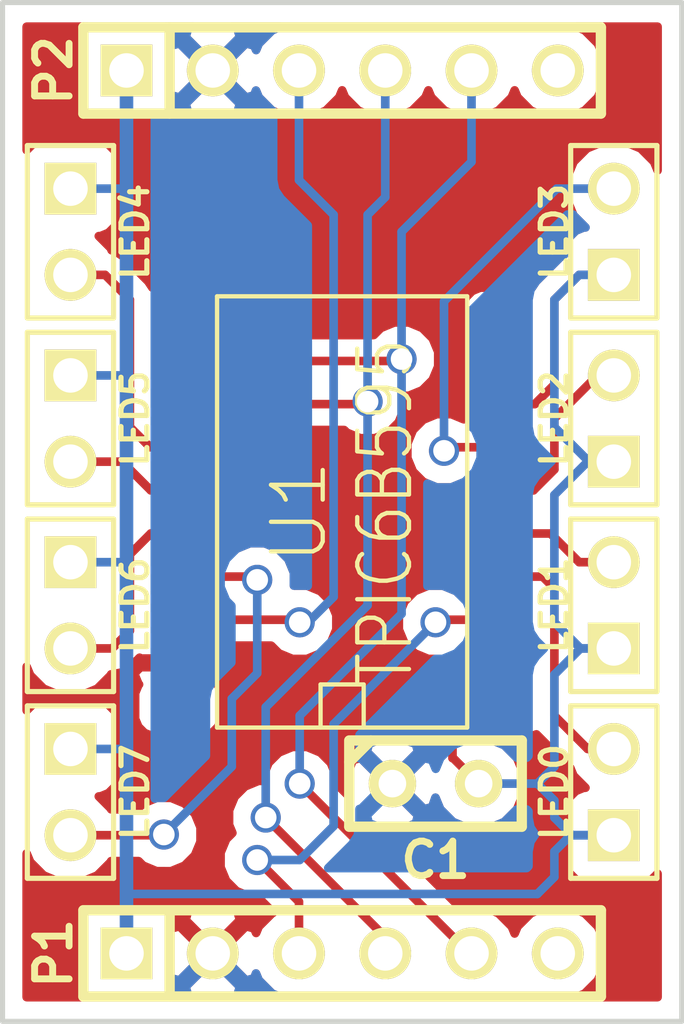
<source format=kicad_pcb>
(kicad_pcb (version 3) (host pcbnew "(2013-04-19 BZR 4011)-stable")

  (general
    (links 32)
    (no_connects 1)
    (area 89.924999 57.924999 110.075001 89.0226)
    (thickness 1.6)
    (drawings 4)
    (tracks 136)
    (zones 0)
    (modules 12)
    (nets 15)
  )

  (page A3)
  (layers
    (15 F.Cu signal)
    (0 B.Cu signal)
    (16 B.Adhes user)
    (17 F.Adhes user)
    (18 B.Paste user)
    (19 F.Paste user)
    (20 B.SilkS user)
    (21 F.SilkS user)
    (22 B.Mask user)
    (23 F.Mask user)
    (24 Dwgs.User user)
    (25 Cmts.User user)
    (26 Eco1.User user)
    (27 Eco2.User user)
    (28 Edge.Cuts user)
  )

  (setup
    (last_trace_width 0.254)
    (trace_clearance 0.254)
    (zone_clearance 0.508)
    (zone_45_only no)
    (trace_min 0.254)
    (segment_width 0.2)
    (edge_width 0.15)
    (via_size 0.889)
    (via_drill 0.635)
    (via_min_size 0.889)
    (via_min_drill 0.508)
    (uvia_size 0.508)
    (uvia_drill 0.127)
    (uvias_allowed no)
    (uvia_min_size 0.508)
    (uvia_min_drill 0.127)
    (pcb_text_width 0.3)
    (pcb_text_size 1.5 1.5)
    (mod_edge_width 0.15)
    (mod_text_size 1.5 1.5)
    (mod_text_width 0.15)
    (pad_size 1.524 1.524)
    (pad_drill 0.762)
    (pad_to_mask_clearance 0.2)
    (aux_axis_origin 0 0)
    (visible_elements 7FFFFFBF)
    (pcbplotparams
      (layerselection 3178497)
      (usegerberextensions true)
      (excludeedgelayer true)
      (linewidth 100000)
      (plotframeref false)
      (viasonmask false)
      (mode 1)
      (useauxorigin false)
      (hpglpennumber 1)
      (hpglpenspeed 20)
      (hpglpendiameter 15)
      (hpglpenoverlay 2)
      (psnegative false)
      (psa4output false)
      (plotreference true)
      (plotvalue true)
      (plotothertext true)
      (plotinvisibletext false)
      (padsonsilk false)
      (subtractmaskfromsilk false)
      (outputformat 1)
      (mirror false)
      (drillshape 1)
      (scaleselection 1)
      (outputdirectory ""))
  )

  (net 0 "")
  (net 1 /RCK)
  (net 2 /SER_IN)
  (net 3 /SER_OUT)
  (net 4 /SRCK)
  (net 5 GND)
  (net 6 N-000001)
  (net 7 N-0000010)
  (net 8 N-000002)
  (net 9 N-000003)
  (net 10 N-000004)
  (net 11 N-000006)
  (net 12 N-000008)
  (net 13 N-000009)
  (net 14 VCC)

  (net_class Default "This is the default net class."
    (clearance 0.254)
    (trace_width 0.254)
    (via_dia 0.889)
    (via_drill 0.635)
    (uvia_dia 0.508)
    (uvia_drill 0.127)
    (add_net "")
    (add_net /RCK)
    (add_net /SER_IN)
    (add_net /SER_OUT)
    (add_net /SRCK)
    (add_net GND)
    (add_net N-000001)
    (add_net N-0000010)
    (add_net N-000002)
    (add_net N-000003)
    (add_net N-000004)
    (add_net N-000006)
    (add_net N-000008)
    (add_net N-000009)
    (add_net VCC)
  )

  (net_class VCC ""
    (clearance 0.254)
    (trace_width 0.4)
    (via_dia 0.889)
    (via_drill 0.635)
    (uvia_dia 0.508)
    (uvia_drill 0.127)
  )

  (module PIN_ARRAY_2X1 (layer F.Cu) (tedit 523A8646) (tstamp 52391441)
    (at 108 81.25 90)
    (descr "Connecteurs 2 pins")
    (tags "CONN DEV")
    (path /52358730)
    (fp_text reference LED0 (at 0 -1.75 90) (layer F.SilkS)
      (effects (font (size 0.762 0.762) (thickness 0.1524)))
    )
    (fp_text value LED_1 (at 0 -1.905 90) (layer F.SilkS) hide
      (effects (font (size 0.762 0.762) (thickness 0.1524)))
    )
    (fp_line (start -2.54 1.27) (end -2.54 -1.27) (layer F.SilkS) (width 0.1524))
    (fp_line (start -2.54 -1.27) (end 2.54 -1.27) (layer F.SilkS) (width 0.1524))
    (fp_line (start 2.54 -1.27) (end 2.54 1.27) (layer F.SilkS) (width 0.1524))
    (fp_line (start 2.54 1.27) (end -2.54 1.27) (layer F.SilkS) (width 0.1524))
    (pad 1 thru_hole rect (at -1.27 0 90) (size 1.524 1.524) (drill 1.016)
      (layers *.Cu *.Mask F.SilkS)
      (net 14 VCC)
    )
    (pad 2 thru_hole circle (at 1.27 0 90) (size 1.524 1.524) (drill 1.016)
      (layers *.Cu *.Mask F.SilkS)
      (net 7 N-0000010)
    )
    (model pin_array/pins_array_2x1.wrl
      (at (xyz 0 0 0))
      (scale (xyz 1 1 1))
      (rotate (xyz 0 0 0))
    )
  )

  (module PIN_ARRAY_2X1 (layer F.Cu) (tedit 523A864B) (tstamp 52391369)
    (at 108 75.75 90)
    (descr "Connecteurs 2 pins")
    (tags "CONN DEV")
    (path /523587CC)
    (fp_text reference LED1 (at 0 -1.75 90) (layer F.SilkS)
      (effects (font (size 0.762 0.762) (thickness 0.1524)))
    )
    (fp_text value LED_1 (at 0 -1.905 90) (layer F.SilkS) hide
      (effects (font (size 0.762 0.762) (thickness 0.1524)))
    )
    (fp_line (start -2.54 1.27) (end -2.54 -1.27) (layer F.SilkS) (width 0.1524))
    (fp_line (start -2.54 -1.27) (end 2.54 -1.27) (layer F.SilkS) (width 0.1524))
    (fp_line (start 2.54 -1.27) (end 2.54 1.27) (layer F.SilkS) (width 0.1524))
    (fp_line (start 2.54 1.27) (end -2.54 1.27) (layer F.SilkS) (width 0.1524))
    (pad 1 thru_hole rect (at -1.27 0 90) (size 1.524 1.524) (drill 1.016)
      (layers *.Cu *.Mask F.SilkS)
      (net 14 VCC)
    )
    (pad 2 thru_hole circle (at 1.27 0 90) (size 1.524 1.524) (drill 1.016)
      (layers *.Cu *.Mask F.SilkS)
      (net 8 N-000002)
    )
    (model pin_array/pins_array_2x1.wrl
      (at (xyz 0 0 0))
      (scale (xyz 1 1 1))
      (rotate (xyz 0 0 0))
    )
  )

  (module PIN_ARRAY_2X1 (layer F.Cu) (tedit 523A8652) (tstamp 52391373)
    (at 108 70.25 90)
    (descr "Connecteurs 2 pins")
    (tags "CONN DEV")
    (path /523587DC)
    (fp_text reference LED2 (at 0 -1.75 90) (layer F.SilkS)
      (effects (font (size 0.762 0.762) (thickness 0.1524)))
    )
    (fp_text value LED_1 (at 0 -1.905 90) (layer F.SilkS) hide
      (effects (font (size 0.762 0.762) (thickness 0.1524)))
    )
    (fp_line (start -2.54 1.27) (end -2.54 -1.27) (layer F.SilkS) (width 0.1524))
    (fp_line (start -2.54 -1.27) (end 2.54 -1.27) (layer F.SilkS) (width 0.1524))
    (fp_line (start 2.54 -1.27) (end 2.54 1.27) (layer F.SilkS) (width 0.1524))
    (fp_line (start 2.54 1.27) (end -2.54 1.27) (layer F.SilkS) (width 0.1524))
    (pad 1 thru_hole rect (at -1.27 0 90) (size 1.524 1.524) (drill 1.016)
      (layers *.Cu *.Mask F.SilkS)
      (net 14 VCC)
    )
    (pad 2 thru_hole circle (at 1.27 0 90) (size 1.524 1.524) (drill 1.016)
      (layers *.Cu *.Mask F.SilkS)
      (net 9 N-000003)
    )
    (model pin_array/pins_array_2x1.wrl
      (at (xyz 0 0 0))
      (scale (xyz 1 1 1))
      (rotate (xyz 0 0 0))
    )
  )

  (module PIN_ARRAY_2X1 (layer F.Cu) (tedit 523A8657) (tstamp 5239137D)
    (at 108 64.75 90)
    (descr "Connecteurs 2 pins")
    (tags "CONN DEV")
    (path /523587E8)
    (fp_text reference LED3 (at 0 -1.75 90) (layer F.SilkS)
      (effects (font (size 0.762 0.762) (thickness 0.1524)))
    )
    (fp_text value LED_1 (at 0 -1.905 90) (layer F.SilkS) hide
      (effects (font (size 0.762 0.762) (thickness 0.1524)))
    )
    (fp_line (start -2.54 1.27) (end -2.54 -1.27) (layer F.SilkS) (width 0.1524))
    (fp_line (start -2.54 -1.27) (end 2.54 -1.27) (layer F.SilkS) (width 0.1524))
    (fp_line (start 2.54 -1.27) (end 2.54 1.27) (layer F.SilkS) (width 0.1524))
    (fp_line (start 2.54 1.27) (end -2.54 1.27) (layer F.SilkS) (width 0.1524))
    (pad 1 thru_hole rect (at -1.27 0 90) (size 1.524 1.524) (drill 1.016)
      (layers *.Cu *.Mask F.SilkS)
      (net 14 VCC)
    )
    (pad 2 thru_hole circle (at 1.27 0 90) (size 1.524 1.524) (drill 1.016)
      (layers *.Cu *.Mask F.SilkS)
      (net 6 N-000001)
    )
    (model pin_array/pins_array_2x1.wrl
      (at (xyz 0 0 0))
      (scale (xyz 1 1 1))
      (rotate (xyz 0 0 0))
    )
  )

  (module PIN_ARRAY_2X1 (layer F.Cu) (tedit 523A8670) (tstamp 52391387)
    (at 92 64.75 270)
    (descr "Connecteurs 2 pins")
    (tags "CONN DEV")
    (path /523587F4)
    (fp_text reference LED4 (at 0 -1.905 270) (layer F.SilkS)
      (effects (font (size 0.762 0.762) (thickness 0.1524)))
    )
    (fp_text value LED_1 (at 0 -1.905 270) (layer F.SilkS) hide
      (effects (font (size 0.762 0.762) (thickness 0.1524)))
    )
    (fp_line (start -2.54 1.27) (end -2.54 -1.27) (layer F.SilkS) (width 0.1524))
    (fp_line (start -2.54 -1.27) (end 2.54 -1.27) (layer F.SilkS) (width 0.1524))
    (fp_line (start 2.54 -1.27) (end 2.54 1.27) (layer F.SilkS) (width 0.1524))
    (fp_line (start 2.54 1.27) (end -2.54 1.27) (layer F.SilkS) (width 0.1524))
    (pad 1 thru_hole rect (at -1.27 0 270) (size 1.524 1.524) (drill 1.016)
      (layers *.Cu *.Mask F.SilkS)
      (net 14 VCC)
    )
    (pad 2 thru_hole circle (at 1.27 0 270) (size 1.524 1.524) (drill 1.016)
      (layers *.Cu *.Mask F.SilkS)
      (net 10 N-000004)
    )
    (model pin_array/pins_array_2x1.wrl
      (at (xyz 0 0 0))
      (scale (xyz 1 1 1))
      (rotate (xyz 0 0 0))
    )
  )

  (module PIN_ARRAY_2X1 (layer F.Cu) (tedit 523A8675) (tstamp 52391391)
    (at 92 70.25 270)
    (descr "Connecteurs 2 pins")
    (tags "CONN DEV")
    (path /52358800)
    (fp_text reference LED5 (at 0 -1.905 270) (layer F.SilkS)
      (effects (font (size 0.762 0.762) (thickness 0.1524)))
    )
    (fp_text value LED_1 (at 0 -1.905 270) (layer F.SilkS) hide
      (effects (font (size 0.762 0.762) (thickness 0.1524)))
    )
    (fp_line (start -2.54 1.27) (end -2.54 -1.27) (layer F.SilkS) (width 0.1524))
    (fp_line (start -2.54 -1.27) (end 2.54 -1.27) (layer F.SilkS) (width 0.1524))
    (fp_line (start 2.54 -1.27) (end 2.54 1.27) (layer F.SilkS) (width 0.1524))
    (fp_line (start 2.54 1.27) (end -2.54 1.27) (layer F.SilkS) (width 0.1524))
    (pad 1 thru_hole rect (at -1.27 0 270) (size 1.524 1.524) (drill 1.016)
      (layers *.Cu *.Mask F.SilkS)
      (net 14 VCC)
    )
    (pad 2 thru_hole circle (at 1.27 0 270) (size 1.524 1.524) (drill 1.016)
      (layers *.Cu *.Mask F.SilkS)
      (net 13 N-000009)
    )
    (model pin_array/pins_array_2x1.wrl
      (at (xyz 0 0 0))
      (scale (xyz 1 1 1))
      (rotate (xyz 0 0 0))
    )
  )

  (module PIN_ARRAY_2X1 (layer F.Cu) (tedit 523A867D) (tstamp 5239139B)
    (at 92 75.75 270)
    (descr "Connecteurs 2 pins")
    (tags "CONN DEV")
    (path /5235880C)
    (fp_text reference LED6 (at 0 -1.905 270) (layer F.SilkS)
      (effects (font (size 0.762 0.762) (thickness 0.1524)))
    )
    (fp_text value LED_1 (at 0 -1.905 270) (layer F.SilkS) hide
      (effects (font (size 0.762 0.762) (thickness 0.1524)))
    )
    (fp_line (start -2.54 1.27) (end -2.54 -1.27) (layer F.SilkS) (width 0.1524))
    (fp_line (start -2.54 -1.27) (end 2.54 -1.27) (layer F.SilkS) (width 0.1524))
    (fp_line (start 2.54 -1.27) (end 2.54 1.27) (layer F.SilkS) (width 0.1524))
    (fp_line (start 2.54 1.27) (end -2.54 1.27) (layer F.SilkS) (width 0.1524))
    (pad 1 thru_hole rect (at -1.27 0 270) (size 1.524 1.524) (drill 1.016)
      (layers *.Cu *.Mask F.SilkS)
      (net 14 VCC)
    )
    (pad 2 thru_hole circle (at 1.27 0 270) (size 1.524 1.524) (drill 1.016)
      (layers *.Cu *.Mask F.SilkS)
      (net 11 N-000006)
    )
    (model pin_array/pins_array_2x1.wrl
      (at (xyz 0 0 0))
      (scale (xyz 1 1 1))
      (rotate (xyz 0 0 0))
    )
  )

  (module PIN_ARRAY_2X1 (layer F.Cu) (tedit 523A8684) (tstamp 523913A5)
    (at 92 81.25 270)
    (descr "Connecteurs 2 pins")
    (tags "CONN DEV")
    (path /52358818)
    (fp_text reference LED7 (at 0 -1.905 270) (layer F.SilkS)
      (effects (font (size 0.762 0.762) (thickness 0.1524)))
    )
    (fp_text value LED_1 (at 0 -1.905 270) (layer F.SilkS) hide
      (effects (font (size 0.762 0.762) (thickness 0.1524)))
    )
    (fp_line (start -2.54 1.27) (end -2.54 -1.27) (layer F.SilkS) (width 0.1524))
    (fp_line (start -2.54 -1.27) (end 2.54 -1.27) (layer F.SilkS) (width 0.1524))
    (fp_line (start 2.54 -1.27) (end 2.54 1.27) (layer F.SilkS) (width 0.1524))
    (fp_line (start 2.54 1.27) (end -2.54 1.27) (layer F.SilkS) (width 0.1524))
    (pad 1 thru_hole rect (at -1.27 0 270) (size 1.524 1.524) (drill 1.016)
      (layers *.Cu *.Mask F.SilkS)
      (net 14 VCC)
    )
    (pad 2 thru_hole circle (at 1.27 0 270) (size 1.524 1.524) (drill 1.016)
      (layers *.Cu *.Mask F.SilkS)
      (net 12 N-000008)
    )
    (model pin_array/pins_array_2x1.wrl
      (at (xyz 0 0 0))
      (scale (xyz 1 1 1))
      (rotate (xyz 0 0 0))
    )
  )

  (module PIN_ARRAY-6X1 (layer F.Cu) (tedit 5239349C) (tstamp 523913B4)
    (at 100 86)
    (descr "Connecteur 6 pins")
    (tags "CONN DEV")
    (path /523906D2)
    (fp_text reference P1 (at -8.5 0 90) (layer F.SilkS)
      (effects (font (size 1.016 1.016) (thickness 0.2032)))
    )
    (fp_text value CONN_6 (at 0 2.159) (layer F.SilkS) hide
      (effects (font (size 1.016 0.889) (thickness 0.2032)))
    )
    (fp_line (start -7.62 1.27) (end -7.62 -1.27) (layer F.SilkS) (width 0.3048))
    (fp_line (start -7.62 -1.27) (end 7.62 -1.27) (layer F.SilkS) (width 0.3048))
    (fp_line (start 7.62 -1.27) (end 7.62 1.27) (layer F.SilkS) (width 0.3048))
    (fp_line (start 7.62 1.27) (end -7.62 1.27) (layer F.SilkS) (width 0.3048))
    (fp_line (start -5.08 1.27) (end -5.08 -1.27) (layer F.SilkS) (width 0.3048))
    (pad 1 thru_hole rect (at -6.35 0) (size 1.524 1.524) (drill 1.016)
      (layers *.Cu *.Mask F.SilkS)
      (net 14 VCC)
    )
    (pad 2 thru_hole circle (at -3.81 0) (size 1.524 1.524) (drill 1.016)
      (layers *.Cu *.Mask F.SilkS)
      (net 5 GND)
    )
    (pad 3 thru_hole circle (at -1.27 0) (size 1.524 1.524) (drill 1.016)
      (layers *.Cu *.Mask F.SilkS)
      (net 2 /SER_IN)
    )
    (pad 4 thru_hole circle (at 1.27 0) (size 1.524 1.524) (drill 1.016)
      (layers *.Cu *.Mask F.SilkS)
      (net 4 /SRCK)
    )
    (pad 5 thru_hole circle (at 3.81 0) (size 1.524 1.524) (drill 1.016)
      (layers *.Cu *.Mask F.SilkS)
      (net 1 /RCK)
    )
    (pad 6 thru_hole circle (at 6.35 0) (size 1.524 1.524) (drill 1.016)
      (layers *.Cu *.Mask F.SilkS)
    )
    (model pin_array/pins_array_6x1.wrl
      (at (xyz 0 0 0))
      (scale (xyz 1 1 1))
      (rotate (xyz 0 0 0))
    )
  )

  (module PIN_ARRAY-6X1 (layer F.Cu) (tedit 52393499) (tstamp 523913C3)
    (at 100 60)
    (descr "Connecteur 6 pins")
    (tags "CONN DEV")
    (path /523910A5)
    (fp_text reference P2 (at -8.5 0 90) (layer F.SilkS)
      (effects (font (size 1.016 1.016) (thickness 0.2032)))
    )
    (fp_text value CONN_6 (at 0 2.159) (layer F.SilkS) hide
      (effects (font (size 1.016 0.889) (thickness 0.2032)))
    )
    (fp_line (start -7.62 1.27) (end -7.62 -1.27) (layer F.SilkS) (width 0.3048))
    (fp_line (start -7.62 -1.27) (end 7.62 -1.27) (layer F.SilkS) (width 0.3048))
    (fp_line (start 7.62 -1.27) (end 7.62 1.27) (layer F.SilkS) (width 0.3048))
    (fp_line (start 7.62 1.27) (end -7.62 1.27) (layer F.SilkS) (width 0.3048))
    (fp_line (start -5.08 1.27) (end -5.08 -1.27) (layer F.SilkS) (width 0.3048))
    (pad 1 thru_hole rect (at -6.35 0) (size 1.524 1.524) (drill 1.016)
      (layers *.Cu *.Mask F.SilkS)
      (net 14 VCC)
    )
    (pad 2 thru_hole circle (at -3.81 0) (size 1.524 1.524) (drill 1.016)
      (layers *.Cu *.Mask F.SilkS)
      (net 5 GND)
    )
    (pad 3 thru_hole circle (at -1.27 0) (size 1.524 1.524) (drill 1.016)
      (layers *.Cu *.Mask F.SilkS)
      (net 3 /SER_OUT)
    )
    (pad 4 thru_hole circle (at 1.27 0) (size 1.524 1.524) (drill 1.016)
      (layers *.Cu *.Mask F.SilkS)
      (net 4 /SRCK)
    )
    (pad 5 thru_hole circle (at 3.81 0) (size 1.524 1.524) (drill 1.016)
      (layers *.Cu *.Mask F.SilkS)
      (net 1 /RCK)
    )
    (pad 6 thru_hole circle (at 6.35 0) (size 1.524 1.524) (drill 1.016)
      (layers *.Cu *.Mask F.SilkS)
    )
    (model pin_array/pins_array_6x1.wrl
      (at (xyz 0 0 0))
      (scale (xyz 1 1 1))
      (rotate (xyz 0 0 0))
    )
  )

  (module C1 (layer F.Cu) (tedit 523A8616) (tstamp 523A7F85)
    (at 102.75 81)
    (descr "Condensateur e = 1 pas")
    (tags C)
    (path /523912A8)
    (fp_text reference C1 (at 0 2.25) (layer F.SilkS)
      (effects (font (size 1.016 1.016) (thickness 0.2032)))
    )
    (fp_text value C (at 0 -2.286) (layer F.SilkS) hide
      (effects (font (size 1.016 1.016) (thickness 0.2032)))
    )
    (fp_line (start -2.4892 -1.27) (end 2.54 -1.27) (layer F.SilkS) (width 0.3048))
    (fp_line (start 2.54 -1.27) (end 2.54 1.27) (layer F.SilkS) (width 0.3048))
    (fp_line (start 2.54 1.27) (end -2.54 1.27) (layer F.SilkS) (width 0.3048))
    (fp_line (start -2.54 1.27) (end -2.54 -1.27) (layer F.SilkS) (width 0.3048))
    (fp_line (start -2.54 -0.635) (end -1.905 -1.27) (layer F.SilkS) (width 0.3048))
    (pad 1 thru_hole circle (at -1.27 0) (size 1.397 1.397) (drill 0.8128)
      (layers *.Cu *.Mask F.SilkS)
      (net 5 GND)
    )
    (pad 2 thru_hole circle (at 1.27 0) (size 1.397 1.397) (drill 0.8128)
      (layers *.Cu *.Mask F.SilkS)
      (net 14 VCC)
    )
    (model discret/capa_1_pas.wrl
      (at (xyz 0 0 0))
      (scale (xyz 1 1 1))
      (rotate (xyz 0 0 0))
    )
  )

  (module SO20L (layer F.Cu) (tedit 42807090) (tstamp 5239202D)
    (at 100 73 90)
    (descr "Cms SOJ 20 pins large")
    (tags "CMS SOJ")
    (path /5235598B)
    (attr smd)
    (fp_text reference U1 (at 0 -1.27 90) (layer F.SilkS)
      (effects (font (size 1.524 1.524) (thickness 0.127)))
    )
    (fp_text value TPIC6B595 (at 0 1.27 90) (layer F.SilkS)
      (effects (font (size 1.524 1.27) (thickness 0.127)))
    )
    (fp_line (start 6.35 3.683) (end 6.35 -3.683) (layer F.SilkS) (width 0.127))
    (fp_line (start -6.35 -3.683) (end -6.35 3.683) (layer F.SilkS) (width 0.127))
    (fp_line (start 6.35 3.683) (end -6.35 3.683) (layer F.SilkS) (width 0.127))
    (fp_line (start -6.35 -3.683) (end 6.35 -3.683) (layer F.SilkS) (width 0.127))
    (fp_line (start -6.35 -0.635) (end -5.08 -0.635) (layer F.SilkS) (width 0.127))
    (fp_line (start -5.08 -0.635) (end -5.08 0.635) (layer F.SilkS) (width 0.127))
    (fp_line (start -5.08 0.635) (end -6.35 0.635) (layer F.SilkS) (width 0.127))
    (pad 11 smd rect (at 5.715 -4.826 90) (size 0.508 1.27)
      (layers F.Cu F.Paste F.Mask)
      (net 5 GND)
    )
    (pad 12 smd rect (at 4.445 -4.826 90) (size 0.508 1.27)
      (layers F.Cu F.Paste F.Mask)
      (net 1 /RCK)
    )
    (pad 13 smd rect (at 3.175 -4.826 90) (size 0.508 1.27)
      (layers F.Cu F.Paste F.Mask)
      (net 4 /SRCK)
    )
    (pad 14 smd rect (at 1.905 -4.826 90) (size 0.508 1.27)
      (layers F.Cu F.Paste F.Mask)
      (net 10 N-000004)
    )
    (pad 15 smd rect (at 0.635 -4.826 90) (size 0.508 1.27)
      (layers F.Cu F.Paste F.Mask)
      (net 13 N-000009)
    )
    (pad 16 smd rect (at -0.635 -4.826 90) (size 0.508 1.27)
      (layers F.Cu F.Paste F.Mask)
      (net 11 N-000006)
    )
    (pad 17 smd rect (at -1.905 -4.826 90) (size 0.508 1.27)
      (layers F.Cu F.Paste F.Mask)
      (net 12 N-000008)
    )
    (pad 18 smd rect (at -3.175 -4.826 90) (size 0.508 1.27)
      (layers F.Cu F.Paste F.Mask)
      (net 3 /SER_OUT)
    )
    (pad 19 smd rect (at -4.445 -4.826 90) (size 0.508 1.27)
      (layers F.Cu F.Paste F.Mask)
      (net 5 GND)
    )
    (pad 20 smd rect (at -5.715 -4.826 90) (size 0.508 1.27)
      (layers F.Cu F.Paste F.Mask)
    )
    (pad 1 smd rect (at -5.715 4.826 90) (size 0.508 1.27)
      (layers F.Cu F.Paste F.Mask)
    )
    (pad 2 smd rect (at -4.445 4.826 90) (size 0.508 1.27)
      (layers F.Cu F.Paste F.Mask)
      (net 14 VCC)
    )
    (pad 3 smd rect (at -3.175 4.826 90) (size 0.508 1.27)
      (layers F.Cu F.Paste F.Mask)
      (net 2 /SER_IN)
    )
    (pad 4 smd rect (at -1.905 4.826 90) (size 0.508 1.27)
      (layers F.Cu F.Paste F.Mask)
      (net 7 N-0000010)
    )
    (pad 5 smd rect (at -0.635 4.826 90) (size 0.508 1.27)
      (layers F.Cu F.Paste F.Mask)
      (net 8 N-000002)
    )
    (pad 6 smd rect (at 0.635 4.826 90) (size 0.508 1.27)
      (layers F.Cu F.Paste F.Mask)
      (net 9 N-000003)
    )
    (pad 7 smd rect (at 1.905 4.826 90) (size 0.508 1.27)
      (layers F.Cu F.Paste F.Mask)
      (net 6 N-000001)
    )
    (pad 8 smd rect (at 3.175 4.826 90) (size 0.508 1.27)
      (layers F.Cu F.Paste F.Mask)
      (net 14 VCC)
    )
    (pad 9 smd rect (at 4.445 4.826 90) (size 0.508 1.27)
      (layers F.Cu F.Paste F.Mask)
      (net 5 GND)
    )
    (pad 10 smd rect (at 5.715 4.826 90) (size 0.508 1.27)
      (layers F.Cu F.Paste F.Mask)
      (net 5 GND)
    )
    (model smd/cms_so20.wrl
      (at (xyz 0 0 0))
      (scale (xyz 0.5 0.6 0.5))
      (rotate (xyz 0 0 0))
    )
  )

  (gr_line (start 90 88) (end 90 58) (angle 90) (layer Edge.Cuts) (width 0.15))
  (gr_line (start 110 88) (end 90 88) (angle 90) (layer Edge.Cuts) (width 0.15))
  (gr_line (start 110 58) (end 110 88) (angle 90) (layer Edge.Cuts) (width 0.15))
  (gr_line (start 90 58) (end 110 58) (angle 90) (layer Edge.Cuts) (width 0.15))

  (segment (start 95.174 68.555) (end 101.695 68.555) (width 0.254) (layer F.Cu) (net 1))
  (via (at 101.75 68.5) (size 0.889) (layers F.Cu B.Cu) (net 1))
  (segment (start 101.695 68.555) (end 101.75 68.5) (width 0.254) (layer F.Cu) (net 1) (tstamp 523A837A))
  (segment (start 103.81 86) (end 103.75 86) (width 0.254) (layer F.Cu) (net 1))
  (segment (start 103.81 62.69) (end 103.81 60) (width 0.254) (layer B.Cu) (net 1) (tstamp 523A8168))
  (segment (start 101.75 64.75) (end 103.81 62.69) (width 0.254) (layer B.Cu) (net 1) (tstamp 523A8163))
  (segment (start 101.75 76) (end 101.75 68.5) (width 0.254) (layer B.Cu) (net 1) (tstamp 523A8158))
  (segment (start 101.75 68.5) (end 101.75 64.75) (width 0.254) (layer B.Cu) (net 1) (tstamp 523A8380))
  (segment (start 98.75 79) (end 101.75 76) (width 0.254) (layer B.Cu) (net 1) (tstamp 523A8156))
  (segment (start 98.75 81) (end 98.75 79) (width 0.254) (layer B.Cu) (net 1) (tstamp 523A8155))
  (via (at 98.75 81) (size 0.889) (layers F.Cu B.Cu) (net 1))
  (segment (start 103.75 86) (end 98.75 81) (width 0.254) (layer F.Cu) (net 1) (tstamp 523A814A))
  (segment (start 98.73 86) (end 98.73 84.48) (width 0.254) (layer F.Cu) (net 2))
  (segment (start 102.825 76.175) (end 104.826 76.175) (width 0.254) (layer F.Cu) (net 2) (tstamp 523A8147))
  (segment (start 102.75 76.25) (end 102.825 76.175) (width 0.254) (layer F.Cu) (net 2) (tstamp 523A8146))
  (via (at 102.75 76.25) (size 0.889) (layers F.Cu B.Cu) (net 2))
  (segment (start 99.75 79.25) (end 102.75 76.25) (width 0.254) (layer B.Cu) (net 2) (tstamp 523A812E))
  (segment (start 99.75 82.25) (end 99.75 79.25) (width 0.254) (layer B.Cu) (net 2) (tstamp 523A812C))
  (segment (start 98.75 83.25) (end 99.75 82.25) (width 0.254) (layer B.Cu) (net 2) (tstamp 523A8119))
  (segment (start 97.5 83.25) (end 98.75 83.25) (width 0.254) (layer B.Cu) (net 2) (tstamp 523A8118))
  (via (at 97.5 83.25) (size 0.889) (layers F.Cu B.Cu) (net 2))
  (segment (start 98.73 84.48) (end 97.5 83.25) (width 0.254) (layer F.Cu) (net 2) (tstamp 523A810D))
  (segment (start 98.75 76.25) (end 99 76.25) (width 0.254) (layer B.Cu) (net 3))
  (segment (start 98.73 63.23) (end 98.73 60) (width 0.254) (layer B.Cu) (net 3) (tstamp 523A82BB))
  (segment (start 99.75 64.25) (end 98.73 63.23) (width 0.254) (layer B.Cu) (net 3) (tstamp 523A82AE))
  (segment (start 99.75 75.5) (end 99.75 64.25) (width 0.254) (layer B.Cu) (net 3) (tstamp 523A82A2))
  (segment (start 99 76.25) (end 99.75 75.5) (width 0.254) (layer B.Cu) (net 3) (tstamp 523A8297))
  (segment (start 98.675 76.175) (end 95.174 76.175) (width 0.254) (layer F.Cu) (net 3) (tstamp 523A7AEC))
  (segment (start 98.75 76.25) (end 98.675 76.175) (width 0.254) (layer F.Cu) (net 3) (tstamp 523A7AEB))
  (via (at 98.75 76.25) (size 0.889) (layers F.Cu B.Cu) (net 3))
  (segment (start 98.73 76.23) (end 98.75 76.25) (width 0.254) (layer B.Cu) (net 3) (tstamp 523A7AE5))
  (segment (start 95.174 69.825) (end 100.675 69.825) (width 0.254) (layer F.Cu) (net 4))
  (via (at 100.75 69.75) (size 0.889) (layers F.Cu B.Cu) (net 4))
  (segment (start 100.675 69.825) (end 100.75 69.75) (width 0.254) (layer F.Cu) (net 4) (tstamp 523A8367))
  (segment (start 101.27 86) (end 101.27 85.52) (width 0.254) (layer F.Cu) (net 4))
  (segment (start 101.27 63.73) (end 101.27 60) (width 0.254) (layer B.Cu) (net 4) (tstamp 523A8207))
  (segment (start 100.75 64.25) (end 101.27 63.73) (width 0.254) (layer B.Cu) (net 4) (tstamp 523A81F6))
  (segment (start 100.75 75.75) (end 100.75 69.75) (width 0.254) (layer B.Cu) (net 4) (tstamp 523A81EA))
  (segment (start 100.75 69.75) (end 100.75 64.25) (width 0.254) (layer B.Cu) (net 4) (tstamp 523A836F))
  (segment (start 97.75 78.75) (end 100.75 75.75) (width 0.254) (layer B.Cu) (net 4) (tstamp 523A81D8))
  (segment (start 97.75 82) (end 97.75 78.75) (width 0.254) (layer B.Cu) (net 4) (tstamp 523A81D7))
  (via (at 97.75 82) (size 0.889) (layers F.Cu B.Cu) (net 4))
  (segment (start 101.27 85.52) (end 97.75 82) (width 0.254) (layer F.Cu) (net 4) (tstamp 523A81BE))
  (segment (start 103 67) (end 103 66.8) (width 0.254) (layer B.Cu) (net 6))
  (segment (start 103 67) (end 103 71.2) (width 0.254) (layer B.Cu) (net 6) (tstamp 523A5B69))
  (via (at 103 71.2) (size 0.889) (layers F.Cu B.Cu) (net 6))
  (segment (start 103 71.2) (end 103.105 71.095) (width 0.254) (layer F.Cu) (net 6) (tstamp 523A5B71))
  (segment (start 104.826 71.095) (end 103.105 71.095) (width 0.254) (layer F.Cu) (net 6) (tstamp 523A5B72))
  (segment (start 106.32 63.48) (end 108 63.48) (width 0.254) (layer B.Cu) (net 6))
  (segment (start 103 66.8) (end 106.32 63.48) (width 0.254) (layer B.Cu) (net 6) (tstamp 523A5C0A))
  (segment (start 104.826 74.905) (end 105.905 74.905) (width 0.254) (layer F.Cu) (net 7))
  (segment (start 107.23 79.98) (end 108 79.98) (width 0.254) (layer F.Cu) (net 7) (tstamp 52392594))
  (segment (start 106.25 79) (end 107.23 79.98) (width 0.254) (layer F.Cu) (net 7) (tstamp 52392593))
  (segment (start 106.25 75.25) (end 106.25 79) (width 0.254) (layer F.Cu) (net 7) (tstamp 52392592))
  (segment (start 105.905 74.905) (end 106.25 75.25) (width 0.254) (layer F.Cu) (net 7) (tstamp 52392591))
  (segment (start 104.826 73.635) (end 106.135 73.635) (width 0.254) (layer F.Cu) (net 8))
  (segment (start 106.98 74.48) (end 108 74.48) (width 0.254) (layer F.Cu) (net 8) (tstamp 52392598))
  (segment (start 106.135 73.635) (end 106.98 74.48) (width 0.254) (layer F.Cu) (net 8) (tstamp 52392597))
  (segment (start 104.826 72.365) (end 105.635 72.365) (width 0.254) (layer F.Cu) (net 9))
  (segment (start 107.52 68.98) (end 108 68.98) (width 0.254) (layer F.Cu) (net 9) (tstamp 523A5A4C))
  (segment (start 106.25 70.25) (end 107.52 68.98) (width 0.254) (layer F.Cu) (net 9) (tstamp 523A5A46))
  (segment (start 106.25 71.75) (end 106.25 70.25) (width 0.254) (layer F.Cu) (net 9) (tstamp 523A5A44))
  (segment (start 105.635 72.365) (end 106.25 71.75) (width 0.254) (layer F.Cu) (net 9) (tstamp 523A5A3A))
  (segment (start 95.174 71.095) (end 94.345 71.095) (width 0.254) (layer F.Cu) (net 10))
  (segment (start 93.02 66.02) (end 92 66.02) (width 0.254) (layer F.Cu) (net 10) (tstamp 52392424))
  (segment (start 93.75 66.75) (end 93.02 66.02) (width 0.254) (layer F.Cu) (net 10) (tstamp 52392423))
  (segment (start 93.75 70.5) (end 93.75 66.75) (width 0.254) (layer F.Cu) (net 10) (tstamp 52392422))
  (segment (start 94.345 71.095) (end 93.75 70.5) (width 0.254) (layer F.Cu) (net 10) (tstamp 52392421))
  (segment (start 95.174 73.635) (end 94.365 73.635) (width 0.254) (layer F.Cu) (net 11))
  (segment (start 93.23 77.02) (end 92 77.02) (width 0.254) (layer F.Cu) (net 11) (tstamp 5239247E))
  (segment (start 93.75 76.5) (end 93.23 77.02) (width 0.254) (layer F.Cu) (net 11) (tstamp 5239247B))
  (segment (start 93.75 74.25) (end 93.75 76.5) (width 0.254) (layer F.Cu) (net 11) (tstamp 52392478))
  (segment (start 94.365 73.635) (end 93.75 74.25) (width 0.254) (layer F.Cu) (net 11) (tstamp 52392476))
  (segment (start 97.5 75) (end 97.5 77.75) (width 0.254) (layer B.Cu) (net 12))
  (segment (start 95.174 74.905) (end 97.405 74.905) (width 0.254) (layer F.Cu) (net 12))
  (via (at 97.5 75) (size 0.889) (layers F.Cu B.Cu) (net 12))
  (segment (start 97.405 74.905) (end 97.5 75) (width 0.254) (layer F.Cu) (net 12) (tstamp 523A5DC9))
  (segment (start 96.75 80.5) (end 94.75 82.5) (width 0.254) (layer B.Cu) (net 12) (tstamp 523A826A))
  (segment (start 96.75 78.5) (end 96.75 80.5) (width 0.254) (layer B.Cu) (net 12) (tstamp 523A825B))
  (segment (start 97.5 77.75) (end 96.75 78.5) (width 0.254) (layer B.Cu) (net 12) (tstamp 523A8259))
  (segment (start 94.73 82.52) (end 92 82.52) (width 0.254) (layer F.Cu) (net 12) (tstamp 523A5E12))
  (via (at 94.75 82.5) (size 0.889) (layers F.Cu B.Cu) (net 12))
  (segment (start 94.75 82.5) (end 94.73 82.52) (width 0.254) (layer F.Cu) (net 12) (tstamp 523A5E11))
  (segment (start 95.174 72.365) (end 94.365 72.365) (width 0.254) (layer F.Cu) (net 13))
  (segment (start 93.52 71.52) (end 92 71.52) (width 0.254) (layer F.Cu) (net 13) (tstamp 5239242C))
  (segment (start 94.365 72.365) (end 93.52 71.52) (width 0.254) (layer F.Cu) (net 13) (tstamp 52392428))
  (segment (start 103.25 80.25) (end 103.27 80.25) (width 0.254) (layer F.Cu) (net 14))
  (segment (start 103.25 80.25) (end 103.25 78) (width 0.254) (layer F.Cu) (net 14) (tstamp 523A8032))
  (segment (start 103.25 78) (end 103.805 77.445) (width 0.254) (layer F.Cu) (net 14) (tstamp 523A8034))
  (segment (start 104.826 77.445) (end 103.805 77.445) (width 0.254) (layer F.Cu) (net 14) (tstamp 523A8036))
  (segment (start 103.27 80.25) (end 104.02 81) (width 0.254) (layer F.Cu) (net 14) (tstamp 523A8583))
  (segment (start 105.75 81) (end 104.02 81) (width 0.254) (layer B.Cu) (net 14))
  (segment (start 92 79.98) (end 93.65 79.98) (width 0.254) (layer B.Cu) (net 14))
  (segment (start 104.02 81) (end 104 81) (width 0.254) (layer F.Cu) (net 14))
  (segment (start 92 74.48) (end 93.65 74.48) (width 0.254) (layer B.Cu) (net 14))
  (segment (start 92 68.98) (end 93.65 68.98) (width 0.254) (layer B.Cu) (net 14))
  (segment (start 92 63.48) (end 93.65 63.48) (width 0.254) (layer B.Cu) (net 14))
  (segment (start 93.65 86) (end 93.65 79.98) (width 0.4) (layer B.Cu) (net 14))
  (segment (start 93.65 79.98) (end 93.65 74.48) (width 0.4) (layer B.Cu) (net 14) (tstamp 523A8013))
  (segment (start 93.65 74.48) (end 93.65 68.98) (width 0.4) (layer B.Cu) (net 14) (tstamp 523A800F))
  (segment (start 93.65 68.98) (end 93.65 63.48) (width 0.4) (layer B.Cu) (net 14) (tstamp 523A800B))
  (segment (start 93.65 63.48) (end 93.65 60) (width 0.4) (layer B.Cu) (net 14) (tstamp 523A8007))
  (segment (start 93.65 84.25) (end 105.75 84.25) (width 0.254) (layer B.Cu) (net 14))
  (segment (start 106.25 83) (end 106.73 82.52) (width 0.254) (layer B.Cu) (net 14) (tstamp 523A7BC4))
  (segment (start 106.25 83.75) (end 106.25 83) (width 0.254) (layer B.Cu) (net 14) (tstamp 523A7BC2))
  (segment (start 105.75 84.25) (end 106.25 83.75) (width 0.254) (layer B.Cu) (net 14) (tstamp 523A7BBF))
  (segment (start 106.73 82.52) (end 108 82.52) (width 0.254) (layer B.Cu) (net 14) (tstamp 523A7A72))
  (segment (start 105.75 81) (end 106.25 81.5) (width 0.254) (layer B.Cu) (net 14))
  (segment (start 106.25 81.5) (end 106.25 82) (width 0.254) (layer B.Cu) (net 14) (tstamp 523A7902))
  (segment (start 106.25 77.79) (end 106.25 78.25) (width 0.254) (layer B.Cu) (net 14) (tstamp 52393E09))
  (segment (start 105.75 81) (end 106.25 80.5) (width 0.254) (layer B.Cu) (net 14) (tstamp 523A78FA))
  (segment (start 106.25 80.5) (end 106.25 78.25) (width 0.254) (layer B.Cu) (net 14) (tstamp 523A78FE))
  (segment (start 106.25 77.79) (end 107.02 77.02) (width 0.254) (layer B.Cu) (net 14) (tstamp 52393E03))
  (segment (start 106.73 82.52) (end 106.75 82.52) (width 0.254) (layer B.Cu) (net 14) (tstamp 523A751D))
  (segment (start 106.75 82.52) (end 108 82.52) (width 0.254) (layer B.Cu) (net 14) (tstamp 523A7A59))
  (segment (start 106.73 82.52) (end 108 82.52) (width 0.254) (layer B.Cu) (net 14) (tstamp 523A73F0))
  (segment (start 104.826 69.825) (end 105.675 69.825) (width 0.254) (layer F.Cu) (net 14))
  (segment (start 105.675 69.825) (end 106.25 69.25) (width 0.254) (layer F.Cu) (net 14) (tstamp 523A5A24))
  (segment (start 106.25 69.25) (end 106.25 66.75) (width 0.254) (layer F.Cu) (net 14) (tstamp 523A5A29))
  (segment (start 106.25 66.75) (end 106.98 66.02) (width 0.254) (layer F.Cu) (net 14) (tstamp 523A5A2B))
  (segment (start 106.98 66.02) (end 108 66.02) (width 0.254) (layer F.Cu) (net 14) (tstamp 523A5A2D))
  (segment (start 106.25 70.5) (end 106.25 66.75) (width 0.254) (layer B.Cu) (net 14))
  (segment (start 106.25 66.75) (end 106.98 66.02) (width 0.254) (layer B.Cu) (net 14) (tstamp 523A59E7))
  (segment (start 106.98 66.02) (end 108 66.02) (width 0.254) (layer B.Cu) (net 14) (tstamp 523A59EA))
  (segment (start 108 71.52) (end 107.27 71.52) (width 0.254) (layer B.Cu) (net 14))
  (segment (start 107.27 71.52) (end 106.25 70.5) (width 0.254) (layer B.Cu) (net 14) (tstamp 52392CC2))
  (segment (start 108 77.02) (end 107.02 77.02) (width 0.254) (layer B.Cu) (net 14))
  (segment (start 106.77 82.52) (end 106.73 82.52) (width 0.254) (layer B.Cu) (net 14))
  (segment (start 106.25 82) (end 106.25 82) (width 0.254) (layer B.Cu) (net 14))
  (segment (start 106.77 82.52) (end 108 82.52) (width 0.254) (layer B.Cu) (net 14) (tstamp 52392CFC))
  (segment (start 106.25 82) (end 106.77 82.52) (width 0.254) (layer B.Cu) (net 14) (tstamp 52392CF6))
  (segment (start 107.23 71.52) (end 108 71.52) (width 0.254) (layer B.Cu) (net 14) (tstamp 52392CBD))
  (segment (start 107.02 77.02) (end 106.25 76.25) (width 0.254) (layer B.Cu) (net 14) (tstamp 52392CB3))
  (segment (start 106.25 76.25) (end 106.25 72.5) (width 0.254) (layer B.Cu) (net 14) (tstamp 52392CB4))
  (segment (start 106.25 72.5) (end 107.23 71.52) (width 0.254) (layer B.Cu) (net 14) (tstamp 52392CB8))
  (segment (start 108 77.02) (end 106.98 77.02) (width 0.254) (layer B.Cu) (net 14))

  (zone (net 5) (net_name GND) (layer B.Cu) (tstamp 52393146) (hatch edge 0.508)
    (connect_pads (clearance 0.508))
    (min_thickness 0.254)
    (fill (arc_segments 16) (thermal_gap 0.508) (thermal_bridge_width 0.508))
    (polygon
      (pts
        (xy 110 88) (xy 90 88) (xy 90 58) (xy 110 58)
      )
    )
    (filled_polygon
      (pts
        (xy 98.193803 87.29) (xy 96.757931 87.29) (xy 96.921142 87.222396) (xy 96.990607 86.980212) (xy 96.19 86.179605)
        (xy 95.389393 86.980212) (xy 95.458858 87.222396) (xy 95.648349 87.29) (xy 94.781888 87.29) (xy 94.950013 87.122168)
        (xy 95.046889 86.888864) (xy 95.047007 86.753916) (xy 95.209788 86.800607) (xy 96.010395 86) (xy 95.996252 85.985857)
        (xy 96.175857 85.806252) (xy 96.19 85.820395) (xy 96.204142 85.806252) (xy 96.383747 85.985857) (xy 96.369605 86)
        (xy 97.170212 86.800607) (xy 97.412396 86.731142) (xy 97.462508 86.590678) (xy 97.544991 86.790303) (xy 97.93763 87.183628)
        (xy 98.193803 87.29)
      )
    )
    (filled_polygon
      (pts
        (xy 98.988 75.17996) (xy 98.965668 75.170687) (xy 98.579352 75.17035) (xy 98.579687 74.786216) (xy 98.415689 74.389311)
        (xy 98.112286 74.085378) (xy 97.715668 73.920687) (xy 97.286216 73.920313) (xy 96.990607 74.042456) (xy 96.990607 60.980212)
        (xy 96.19 60.179605) (xy 95.389393 60.980212) (xy 95.458858 61.222396) (xy 95.982304 61.409143) (xy 96.537369 61.38136)
        (xy 96.921142 61.222396) (xy 96.990607 60.980212) (xy 96.990607 74.042456) (xy 96.889311 74.084311) (xy 96.585378 74.387714)
        (xy 96.420687 74.784332) (xy 96.420313 75.213784) (xy 96.584311 75.610689) (xy 96.738 75.764646) (xy 96.738 77.43437)
        (xy 96.211185 77.961185) (xy 96.046004 78.208395) (xy 95.988 78.5) (xy 95.988 80.18437) (xy 94.751869 81.4205)
        (xy 94.536216 81.420313) (xy 94.485 81.441475) (xy 94.485 79.98) (xy 94.485 74.48) (xy 94.485 68.98)
        (xy 94.485 63.48) (xy 94.485 61.39711) (xy 94.537755 61.39711) (xy 94.771229 61.300641) (xy 94.950013 61.122168)
        (xy 95.046889 60.888864) (xy 95.047007 60.753916) (xy 95.209788 60.800607) (xy 96.010395 60) (xy 95.209788 59.199393)
        (xy 95.04711 59.246053) (xy 95.04711 59.112245) (xy 94.950641 58.878771) (xy 94.782163 58.71) (xy 95.622068 58.71)
        (xy 95.458858 58.777604) (xy 95.389393 59.019788) (xy 96.19 59.820395) (xy 96.990607 59.019788) (xy 96.921142 58.777604)
        (xy 96.73165 58.71) (xy 98.193795 58.71) (xy 97.939697 58.814991) (xy 97.546372 59.20763) (xy 97.466605 59.39973)
        (xy 97.412396 59.268858) (xy 97.170212 59.199393) (xy 96.369605 60) (xy 97.170212 60.800607) (xy 97.412396 60.731142)
        (xy 97.462508 60.590678) (xy 97.544991 60.790303) (xy 97.93763 61.183628) (xy 97.968 61.196238) (xy 97.968 63.23)
        (xy 98.026004 63.521605) (xy 98.191185 63.768815) (xy 98.988 64.56563) (xy 98.988 75.17996)
      )
    )
    (filled_polygon
      (pts
        (xy 107.166963 64.62289) (xy 107.112245 64.62289) (xy 106.878771 64.719359) (xy 106.699987 64.897832) (xy 106.603111 65.131136)
        (xy 106.602899 65.37313) (xy 106.441184 65.481185) (xy 105.711185 66.211185) (xy 105.546004 66.458395) (xy 105.488 66.75)
        (xy 105.488 70.5) (xy 105.546004 70.791605) (xy 105.711185 71.038815) (xy 106.172369 71.499999) (xy 105.711185 71.961185)
        (xy 105.546004 72.208395) (xy 105.488 72.5) (xy 105.488 76.25) (xy 105.546004 76.541605) (xy 105.711185 76.788815)
        (xy 105.942369 77.02) (xy 105.711185 77.251185) (xy 105.546004 77.498395) (xy 105.488 77.79) (xy 105.488 78.25)
        (xy 105.488 80.184369) (xy 105.434369 80.238) (xy 105.143538 80.238) (xy 104.776353 79.870174) (xy 104.286413 79.666733)
        (xy 103.755914 79.66627) (xy 103.26562 79.868855) (xy 102.890174 80.243647) (xy 102.756685 80.565122) (xy 102.649798 80.307072)
        (xy 102.414186 80.245419) (xy 102.234581 80.425024) (xy 102.234581 80.065814) (xy 102.172928 79.830202) (xy 101.67252 79.654076)
        (xy 101.142802 79.682854) (xy 100.787072 79.830202) (xy 100.725419 80.065814) (xy 101.48 80.820395) (xy 102.234581 80.065814)
        (xy 102.234581 80.425024) (xy 101.659605 81) (xy 102.414186 81.754581) (xy 102.649798 81.692928) (xy 102.748082 81.413683)
        (xy 102.888855 81.75438) (xy 103.263647 82.129826) (xy 103.753587 82.333267) (xy 104.284086 82.33373) (xy 104.77438 82.131145)
        (xy 105.144169 81.762) (xy 105.434369 81.762) (xy 105.488 81.81563) (xy 105.488 82) (xy 105.546004 82.291605)
        (xy 105.685249 82.499999) (xy 105.685249 82.5) (xy 105.546004 82.708395) (xy 105.488 83) (xy 105.488 83.434369)
        (xy 105.434369 83.488) (xy 102.234581 83.488) (xy 102.234581 81.934186) (xy 101.48 81.179605) (xy 100.725419 81.934186)
        (xy 100.787072 82.169798) (xy 101.28748 82.345924) (xy 101.817198 82.317146) (xy 102.172928 82.169798) (xy 102.234581 81.934186)
        (xy 102.234581 83.488) (xy 99.58963 83.488) (xy 100.288815 82.788816) (xy 100.288815 82.788815) (xy 100.453996 82.541605)
        (xy 100.511999 82.25) (xy 100.512 82.25) (xy 100.512 81.745732) (xy 100.545814 81.754581) (xy 101.300395 81)
        (xy 100.545814 80.245419) (xy 100.512 80.254267) (xy 100.512 79.56563) (xy 102.748131 77.329499) (xy 102.963784 77.329687)
        (xy 103.360689 77.165689) (xy 103.664622 76.862286) (xy 103.829313 76.465668) (xy 103.829687 76.036216) (xy 103.665689 75.639311)
        (xy 103.362286 75.335378) (xy 102.965668 75.170687) (xy 102.536216 75.170313) (xy 102.512 75.180318) (xy 102.512 72.16623)
        (xy 102.784332 72.279313) (xy 103.213784 72.279687) (xy 103.610689 72.115689) (xy 103.914622 71.812286) (xy 104.079313 71.415668)
        (xy 104.079687 70.986216) (xy 103.915689 70.589311) (xy 103.762 70.435353) (xy 103.762 67.11563) (xy 106.63563 64.242)
        (xy 106.803296 64.242) (xy 106.814991 64.270303) (xy 107.166963 64.62289)
      )
    )
  )
  (zone (net 5) (net_name GND) (layer F.Cu) (tstamp 52393146) (hatch edge 0.508)
    (connect_pads (clearance 0.508))
    (min_thickness 0.254)
    (fill (arc_segments 16) (thermal_gap 0.508) (thermal_bridge_width 0.508))
    (polygon
      (pts
        (xy 110 88) (xy 90 88) (xy 90 58) (xy 110 58)
      )
    )
    (filled_polygon
      (pts
        (xy 109.29 87.29) (xy 106.886204 87.29) (xy 107.140303 87.185009) (xy 107.533628 86.79237) (xy 107.746756 86.279099)
        (xy 107.747241 85.723339) (xy 107.535009 85.209697) (xy 107.14237 84.816372) (xy 106.629099 84.603244) (xy 106.073339 84.602759)
        (xy 105.559697 84.814991) (xy 105.166372 85.20763) (xy 105.08005 85.415514) (xy 104.995009 85.209697) (xy 104.60237 84.816372)
        (xy 104.089099 84.603244) (xy 103.533339 84.602759) (xy 103.46049 84.632859) (xy 101.111678 82.284048) (xy 101.28748 82.345924)
        (xy 101.817198 82.317146) (xy 102.172928 82.169798) (xy 102.234581 81.934186) (xy 101.48 81.179605) (xy 101.465857 81.193747)
        (xy 101.286252 81.014142) (xy 101.300395 81) (xy 100.545814 80.245419) (xy 100.310202 80.307072) (xy 100.134076 80.80748)
        (xy 100.16274 81.33511) (xy 99.829499 81.001869) (xy 99.829687 80.786216) (xy 99.665689 80.389311) (xy 99.362286 80.085378)
        (xy 98.965668 79.920687) (xy 98.536216 79.920313) (xy 98.139311 80.084311) (xy 97.835378 80.387714) (xy 97.670687 80.784332)
        (xy 97.670568 80.92043) (xy 97.536216 80.920313) (xy 97.139311 81.084311) (xy 96.835378 81.387714) (xy 96.670687 81.784332)
        (xy 96.670313 82.213784) (xy 96.769522 82.45389) (xy 96.585378 82.637714) (xy 96.44411 82.977923) (xy 96.44411 78.843245)
        (xy 96.44411 78.335245) (xy 96.347641 78.101771) (xy 96.325907 78.08) (xy 96.347641 78.058229) (xy 96.44411 77.824755)
        (xy 96.444 77.73075) (xy 96.28525 77.572) (xy 95.301 77.572) (xy 95.301 77.592) (xy 95.047 77.592)
        (xy 95.047 77.572) (xy 94.06275 77.572) (xy 93.904 77.73075) (xy 93.90389 77.824755) (xy 94.000359 78.058229)
        (xy 94.021973 78.079881) (xy 94.000987 78.100832) (xy 93.904111 78.334136) (xy 93.90389 78.586755) (xy 93.90389 79.094755)
        (xy 94.000359 79.328229) (xy 94.178832 79.507013) (xy 94.412136 79.603889) (xy 94.664755 79.60411) (xy 95.934755 79.60411)
        (xy 96.168229 79.507641) (xy 96.347013 79.329168) (xy 96.443889 79.095864) (xy 96.44411 78.843245) (xy 96.44411 82.977923)
        (xy 96.420687 83.034332) (xy 96.420313 83.463784) (xy 96.584311 83.860689) (xy 96.887714 84.164622) (xy 97.284332 84.329313)
        (xy 97.501872 84.329502) (xy 97.968 84.79563) (xy 97.968 84.803296) (xy 97.939697 84.814991) (xy 97.546372 85.20763)
        (xy 97.466605 85.39973) (xy 97.412396 85.268858) (xy 97.170212 85.199393) (xy 96.990607 85.378998) (xy 96.990607 85.019788)
        (xy 96.921142 84.777604) (xy 96.397696 84.590857) (xy 95.842631 84.61864) (xy 95.458858 84.777604) (xy 95.389393 85.019788)
        (xy 96.19 85.820395) (xy 96.990607 85.019788) (xy 96.990607 85.378998) (xy 96.369605 86) (xy 97.170212 86.800607)
        (xy 97.412396 86.731142) (xy 97.462508 86.590678) (xy 97.544991 86.790303) (xy 97.93763 87.183628) (xy 98.193803 87.29)
        (xy 96.757931 87.29) (xy 96.921142 87.222396) (xy 96.990607 86.980212) (xy 96.19 86.179605) (xy 95.389393 86.980212)
        (xy 95.458858 87.222396) (xy 95.648349 87.29) (xy 94.781888 87.29) (xy 94.950013 87.122168) (xy 95.046889 86.888864)
        (xy 95.047007 86.753916) (xy 95.209788 86.800607) (xy 96.010395 86) (xy 95.209788 85.199393) (xy 95.04711 85.246053)
        (xy 95.04711 85.112245) (xy 94.950641 84.878771) (xy 94.772168 84.699987) (xy 94.538864 84.603111) (xy 94.286245 84.60289)
        (xy 92.762245 84.60289) (xy 92.528771 84.699359) (xy 92.349987 84.877832) (xy 92.253111 85.111136) (xy 92.25289 85.363755)
        (xy 92.25289 86.887755) (xy 92.349359 87.121229) (xy 92.517836 87.29) (xy 90.71 87.29) (xy 90.71 83.056204)
        (xy 90.814991 83.310303) (xy 91.20763 83.703628) (xy 91.720901 83.916756) (xy 92.276661 83.917241) (xy 92.790303 83.705009)
        (xy 93.183628 83.31237) (xy 93.196238 83.282) (xy 94.005323 83.282) (xy 94.137714 83.414622) (xy 94.534332 83.579313)
        (xy 94.963784 83.579687) (xy 95.360689 83.415689) (xy 95.664622 83.112286) (xy 95.829313 82.715668) (xy 95.829687 82.286216)
        (xy 95.665689 81.889311) (xy 95.362286 81.585378) (xy 94.965668 81.420687) (xy 94.536216 81.420313) (xy 94.139311 81.584311)
        (xy 93.965318 81.758) (xy 93.196703 81.758) (xy 93.185009 81.729697) (xy 92.833036 81.37711) (xy 92.887755 81.37711)
        (xy 93.121229 81.280641) (xy 93.300013 81.102168) (xy 93.396889 80.868864) (xy 93.39711 80.616245) (xy 93.39711 79.092245)
        (xy 93.300641 78.858771) (xy 93.122168 78.679987) (xy 92.888864 78.583111) (xy 92.636245 78.58289) (xy 91.112245 78.58289)
        (xy 90.878771 78.679359) (xy 90.71 78.847836) (xy 90.71 77.556204) (xy 90.814991 77.810303) (xy 91.20763 78.203628)
        (xy 91.720901 78.416756) (xy 92.276661 78.417241) (xy 92.790303 78.205009) (xy 93.183628 77.81237) (xy 93.196238 77.782)
        (xy 93.23 77.782) (xy 93.23 77.781999) (xy 93.521604 77.723996) (xy 93.521605 77.723996) (xy 93.768815 77.558815)
        (xy 94.03619 77.29144) (xy 94.06275 77.318) (xy 95.047 77.318) (xy 95.047 77.298) (xy 95.301 77.298)
        (xy 95.301 77.318) (xy 96.28525 77.318) (xy 96.444 77.15925) (xy 96.44411 77.065245) (xy 96.39112 76.937)
        (xy 97.910488 76.937) (xy 98.137714 77.164622) (xy 98.534332 77.329313) (xy 98.963784 77.329687) (xy 99.360689 77.165689)
        (xy 99.664622 76.862286) (xy 99.829313 76.465668) (xy 99.829687 76.036216) (xy 99.665689 75.639311) (xy 99.362286 75.335378)
        (xy 98.965668 75.170687) (xy 98.579352 75.17035) (xy 98.579687 74.786216) (xy 98.415689 74.389311) (xy 98.112286 74.085378)
        (xy 97.715668 73.920687) (xy 97.286216 73.920313) (xy 96.889311 74.084311) (xy 96.830519 74.143) (xy 96.391097 74.143)
        (xy 96.443889 74.015864) (xy 96.44411 73.763245) (xy 96.44411 73.255245) (xy 96.347641 73.021771) (xy 96.326026 73.000118)
        (xy 96.347013 72.979168) (xy 96.443889 72.745864) (xy 96.44411 72.493245) (xy 96.44411 71.985245) (xy 96.347641 71.751771)
        (xy 96.326026 71.730118) (xy 96.347013 71.709168) (xy 96.443889 71.475864) (xy 96.44411 71.223245) (xy 96.44411 70.715245)
        (xy 96.39112 70.587) (xy 100.060227 70.587) (xy 100.137714 70.664622) (xy 100.534332 70.829313) (xy 100.963784 70.829687)
        (xy 101.360689 70.665689) (xy 101.664622 70.362286) (xy 101.829313 69.965668) (xy 101.829649 69.57957) (xy 101.963784 69.579687)
        (xy 102.360689 69.415689) (xy 102.664622 69.112286) (xy 102.829313 68.715668) (xy 102.829687 68.286216) (xy 102.665689 67.889311)
        (xy 102.362286 67.585378) (xy 101.965668 67.420687) (xy 101.536216 67.420313) (xy 101.139311 67.584311) (xy 100.930257 67.793)
        (xy 96.990607 67.793) (xy 96.990607 60.980212) (xy 96.19 60.179605) (xy 95.389393 60.980212) (xy 95.458858 61.222396)
        (xy 95.982304 61.409143) (xy 96.537369 61.38136) (xy 96.921142 61.222396) (xy 96.990607 60.980212) (xy 96.990607 67.793)
        (xy 96.39112 67.793) (xy 96.44411 67.664755) (xy 96.44411 66.905245) (xy 96.347641 66.671771) (xy 96.169168 66.492987)
        (xy 95.935864 66.396111) (xy 95.683245 66.39589) (xy 95.45975 66.396) (xy 95.301 66.55475) (xy 95.301 67.158)
        (xy 96.28525 67.158) (xy 96.444 66.99925) (xy 96.44411 66.905245) (xy 96.44411 67.664755) (xy 96.444 67.57075)
        (xy 96.28525 67.412) (xy 95.301 67.412) (xy 95.301 67.432) (xy 95.047 67.432) (xy 95.047 67.412)
        (xy 95.027 67.412) (xy 95.027 67.158) (xy 95.047 67.158) (xy 95.047 66.55475) (xy 94.88825 66.396)
        (xy 94.664755 66.39589) (xy 94.412379 66.39611) (xy 94.412378 66.39611) (xy 94.288815 66.211185) (xy 94.288815 66.211184)
        (xy 93.558815 65.481185) (xy 93.311605 65.316004) (xy 93.212527 65.296296) (xy 93.185009 65.229697) (xy 92.833036 64.87711)
        (xy 92.887755 64.87711) (xy 93.121229 64.780641) (xy 93.300013 64.602168) (xy 93.396889 64.368864) (xy 93.39711 64.116245)
        (xy 93.39711 62.592245) (xy 93.300641 62.358771) (xy 93.122168 62.179987) (xy 92.888864 62.083111) (xy 92.636245 62.08289)
        (xy 91.112245 62.08289) (xy 90.878771 62.179359) (xy 90.71 62.347836) (xy 90.71 58.71) (xy 92.518111 58.71)
        (xy 92.349987 58.877832) (xy 92.253111 59.111136) (xy 92.25289 59.363755) (xy 92.25289 60.887755) (xy 92.349359 61.121229)
        (xy 92.527832 61.300013) (xy 92.761136 61.396889) (xy 93.013755 61.39711) (xy 94.537755 61.39711) (xy 94.771229 61.300641)
        (xy 94.950013 61.122168) (xy 95.046889 60.888864) (xy 95.047007 60.753916) (xy 95.209788 60.800607) (xy 96.010395 60)
        (xy 95.209788 59.199393) (xy 95.04711 59.246053) (xy 95.04711 59.112245) (xy 94.950641 58.878771) (xy 94.782163 58.71)
        (xy 95.622068 58.71) (xy 95.458858 58.777604) (xy 95.389393 59.019788) (xy 96.19 59.820395) (xy 96.990607 59.019788)
        (xy 96.921142 58.777604) (xy 96.73165 58.71) (xy 98.193795 58.71) (xy 97.939697 58.814991) (xy 97.546372 59.20763)
        (xy 97.466605 59.39973) (xy 97.412396 59.268858) (xy 97.170212 59.199393) (xy 96.369605 60) (xy 97.170212 60.800607)
        (xy 97.412396 60.731142) (xy 97.462508 60.590678) (xy 97.544991 60.790303) (xy 97.93763 61.183628) (xy 98.450901 61.396756)
        (xy 99.006661 61.397241) (xy 99.520303 61.185009) (xy 99.913628 60.79237) (xy 99.999949 60.584485) (xy 100.084991 60.790303)
        (xy 100.47763 61.183628) (xy 100.990901 61.396756) (xy 101.546661 61.397241) (xy 102.060303 61.185009) (xy 102.453628 60.79237)
        (xy 102.539949 60.584485) (xy 102.624991 60.790303) (xy 103.01763 61.183628) (xy 103.530901 61.396756) (xy 104.086661 61.397241)
        (xy 104.600303 61.185009) (xy 104.993628 60.79237) (xy 105.079949 60.584485) (xy 105.164991 60.790303) (xy 105.55763 61.183628)
        (xy 106.070901 61.396756) (xy 106.626661 61.397241) (xy 107.140303 61.185009) (xy 107.533628 60.79237) (xy 107.746756 60.279099)
        (xy 107.747241 59.723339) (xy 107.535009 59.209697) (xy 107.14237 58.816372) (xy 106.886196 58.71) (xy 109.29 58.71)
        (xy 109.29 62.943795) (xy 109.185009 62.689697) (xy 108.79237 62.296372) (xy 108.279099 62.083244) (xy 107.723339 62.082759)
        (xy 107.209697 62.294991) (xy 106.816372 62.68763) (xy 106.603244 63.200901) (xy 106.602759 63.756661) (xy 106.814991 64.270303)
        (xy 107.166963 64.62289) (xy 107.112245 64.62289) (xy 106.878771 64.719359) (xy 106.699987 64.897832) (xy 106.603111 65.131136)
        (xy 106.602899 65.37313) (xy 106.441184 65.481185) (xy 105.711185 66.211185) (xy 105.587621 66.39611) (xy 105.335245 66.39589)
        (xy 105.11175 66.396) (xy 104.953 66.55475) (xy 104.953 67.158) (xy 104.973 67.158) (xy 104.973 67.412)
        (xy 104.953 67.412) (xy 104.953 67.82475) (xy 104.953 68.01525) (xy 104.953 68.428) (xy 104.973 68.428)
        (xy 104.973 68.682) (xy 104.953 68.682) (xy 104.953 68.702) (xy 104.699 68.702) (xy 104.699 68.682)
        (xy 104.699 68.428) (xy 104.699 68.01525) (xy 104.699 67.82475) (xy 104.699 67.412) (xy 104.699 67.158)
        (xy 104.699 66.55475) (xy 104.54025 66.396) (xy 104.316755 66.39589) (xy 104.064136 66.396111) (xy 103.830832 66.492987)
        (xy 103.652359 66.671771) (xy 103.55589 66.905245) (xy 103.556 66.99925) (xy 103.71475 67.158) (xy 104.699 67.158)
        (xy 104.699 67.412) (xy 103.71475 67.412) (xy 103.556 67.57075) (xy 103.55589 67.664755) (xy 103.652359 67.898229)
        (xy 103.674092 67.92) (xy 103.652359 67.941771) (xy 103.55589 68.175245) (xy 103.556 68.26925) (xy 103.71475 68.428)
        (xy 104.699 68.428) (xy 104.699 68.682) (xy 103.71475 68.682) (xy 103.556 68.84075) (xy 103.55589 68.934755)
        (xy 103.652359 69.168229) (xy 103.673973 69.189881) (xy 103.652987 69.210832) (xy 103.556111 69.444136) (xy 103.55589 69.696755)
        (xy 103.55589 70.204755) (xy 103.584421 70.273807) (xy 103.215668 70.120687) (xy 102.786216 70.120313) (xy 102.389311 70.284311)
        (xy 102.085378 70.587714) (xy 101.920687 70.984332) (xy 101.920313 71.413784) (xy 102.084311 71.810689) (xy 102.387714 72.114622)
        (xy 102.784332 72.279313) (xy 103.213784 72.279687) (xy 103.555976 72.138295) (xy 103.55589 72.236755) (xy 103.55589 72.744755)
        (xy 103.652359 72.978229) (xy 103.673973 72.999881) (xy 103.652987 73.020832) (xy 103.556111 73.254136) (xy 103.55589 73.506755)
        (xy 103.55589 74.014755) (xy 103.652359 74.248229) (xy 103.673973 74.269881) (xy 103.652987 74.290832) (xy 103.556111 74.524136)
        (xy 103.55589 74.776755) (xy 103.55589 75.284755) (xy 103.608879 75.413) (xy 103.439772 75.413) (xy 103.362286 75.335378)
        (xy 102.965668 75.170687) (xy 102.536216 75.170313) (xy 102.139311 75.334311) (xy 101.835378 75.637714) (xy 101.670687 76.034332)
        (xy 101.670313 76.463784) (xy 101.834311 76.860689) (xy 102.137714 77.164622) (xy 102.534332 77.329313) (xy 102.842788 77.329581)
        (xy 102.711185 77.461185) (xy 102.546004 77.708395) (xy 102.488 78) (xy 102.488 80.25) (xy 102.491091 80.265543)
        (xy 102.414186 80.245419) (xy 102.234581 80.425024) (xy 102.234581 80.065814) (xy 102.172928 79.830202) (xy 101.67252 79.654076)
        (xy 101.142802 79.682854) (xy 100.787072 79.830202) (xy 100.725419 80.065814) (xy 101.48 80.820395) (xy 102.234581 80.065814)
        (xy 102.234581 80.425024) (xy 101.659605 81) (xy 102.414186 81.754581) (xy 102.649798 81.692928) (xy 102.748082 81.413683)
        (xy 102.888855 81.75438) (xy 103.263647 82.129826) (xy 103.753587 82.333267) (xy 104.284086 82.33373) (xy 104.77438 82.131145)
        (xy 105.149826 81.756353) (xy 105.353267 81.266413) (xy 105.35373 80.735914) (xy 105.151145 80.24562) (xy 104.776353 79.870174)
        (xy 104.286413 79.666733) (xy 104.012 79.666493) (xy 104.012 79.58224) (xy 104.064136 79.603889) (xy 104.316755 79.60411)
        (xy 105.586755 79.60411) (xy 105.721008 79.548638) (xy 106.691184 80.518815) (xy 106.691185 80.518815) (xy 106.718665 80.537177)
        (xy 106.814991 80.770303) (xy 107.166963 81.12289) (xy 107.112245 81.12289) (xy 106.878771 81.219359) (xy 106.699987 81.397832)
        (xy 106.603111 81.631136) (xy 106.60289 81.883755) (xy 106.60289 83.407755) (xy 106.699359 83.641229) (xy 106.877832 83.820013)
        (xy 107.111136 83.916889) (xy 107.363755 83.91711) (xy 108.887755 83.91711) (xy 109.121229 83.820641) (xy 109.29 83.652163)
        (xy 109.29 87.29)
      )
    )
  )
)

</source>
